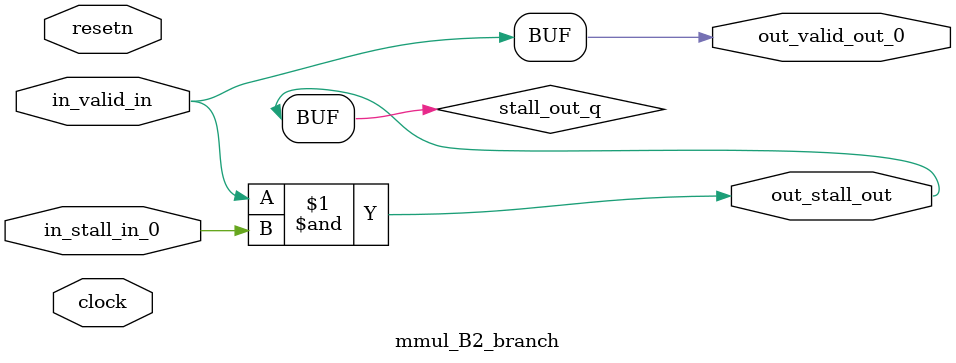
<source format=sv>



(* altera_attribute = "-name AUTO_SHIFT_REGISTER_RECOGNITION OFF; -name MESSAGE_DISABLE 10036; -name MESSAGE_DISABLE 10037; -name MESSAGE_DISABLE 14130; -name MESSAGE_DISABLE 14320; -name MESSAGE_DISABLE 15400; -name MESSAGE_DISABLE 14130; -name MESSAGE_DISABLE 10036; -name MESSAGE_DISABLE 12020; -name MESSAGE_DISABLE 12030; -name MESSAGE_DISABLE 12010; -name MESSAGE_DISABLE 12110; -name MESSAGE_DISABLE 14320; -name MESSAGE_DISABLE 13410; -name MESSAGE_DISABLE 113007; -name MESSAGE_DISABLE 10958" *)
module mmul_B2_branch (
    input wire [0:0] in_stall_in_0,
    input wire [0:0] in_valid_in,
    output wire [0:0] out_stall_out,
    output wire [0:0] out_valid_out_0,
    input wire clock,
    input wire resetn
    );

    wire [0:0] stall_out_q;


    // stall_out(LOGICAL,6)
    assign stall_out_q = in_valid_in & in_stall_in_0;

    // out_stall_out(GPOUT,4)
    assign out_stall_out = stall_out_q;

    // out_valid_out_0(GPOUT,5)
    assign out_valid_out_0 = in_valid_in;

endmodule

</source>
